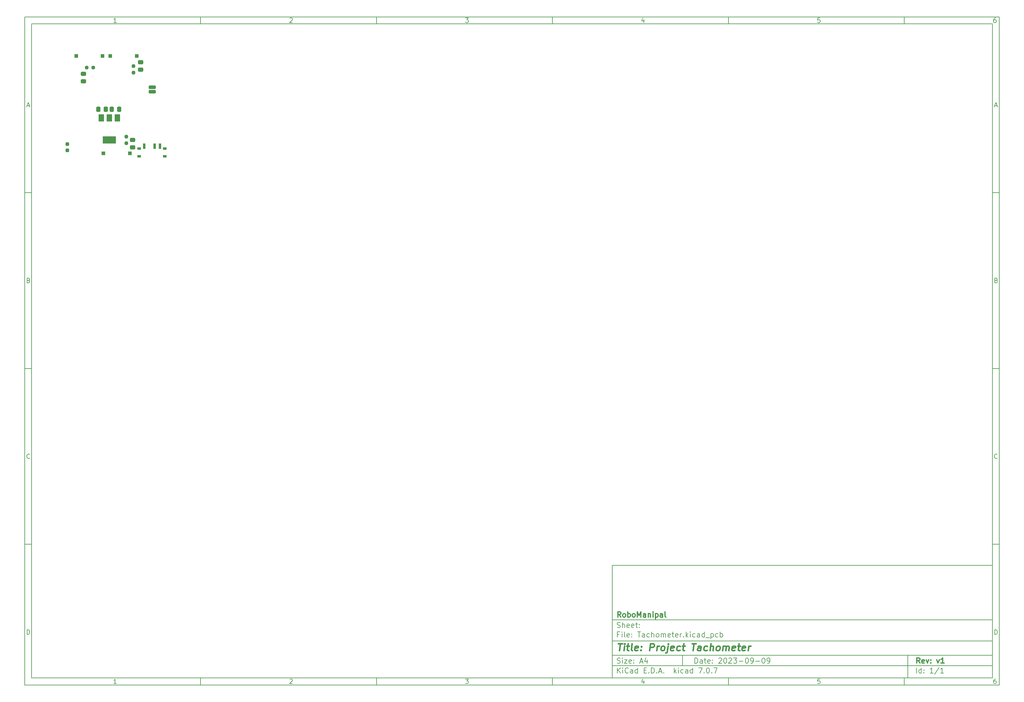
<source format=gbr>
%TF.GenerationSoftware,KiCad,Pcbnew,7.0.7*%
%TF.CreationDate,2023-09-17T23:44:38+05:30*%
%TF.ProjectId,Tachometer,54616368-6f6d-4657-9465-722e6b696361,v1*%
%TF.SameCoordinates,Original*%
%TF.FileFunction,Paste,Top*%
%TF.FilePolarity,Positive*%
%FSLAX46Y46*%
G04 Gerber Fmt 4.6, Leading zero omitted, Abs format (unit mm)*
G04 Created by KiCad (PCBNEW 7.0.7) date 2023-09-17 23:44:38*
%MOMM*%
%LPD*%
G01*
G04 APERTURE LIST*
G04 Aperture macros list*
%AMRoundRect*
0 Rectangle with rounded corners*
0 $1 Rounding radius*
0 $2 $3 $4 $5 $6 $7 $8 $9 X,Y pos of 4 corners*
0 Add a 4 corners polygon primitive as box body*
4,1,4,$2,$3,$4,$5,$6,$7,$8,$9,$2,$3,0*
0 Add four circle primitives for the rounded corners*
1,1,$1+$1,$2,$3*
1,1,$1+$1,$4,$5*
1,1,$1+$1,$6,$7*
1,1,$1+$1,$8,$9*
0 Add four rect primitives between the rounded corners*
20,1,$1+$1,$2,$3,$4,$5,0*
20,1,$1+$1,$4,$5,$6,$7,0*
20,1,$1+$1,$6,$7,$8,$9,0*
20,1,$1+$1,$8,$9,$2,$3,0*%
G04 Aperture macros list end*
%ADD10C,0.100000*%
%ADD11C,0.150000*%
%ADD12C,0.300000*%
%ADD13C,0.400000*%
%ADD14R,1.100000X1.000000*%
%ADD15RoundRect,0.250000X0.475000X-0.337500X0.475000X0.337500X-0.475000X0.337500X-0.475000X-0.337500X0*%
%ADD16RoundRect,0.250000X0.750000X-0.250000X0.750000X0.250000X-0.750000X0.250000X-0.750000X-0.250000X0*%
%ADD17RoundRect,0.250000X-0.337500X-0.475000X0.337500X-0.475000X0.337500X0.475000X-0.337500X0.475000X0*%
%ADD18RoundRect,0.250000X-0.475000X0.337500X-0.475000X-0.337500X0.475000X-0.337500X0.475000X0.337500X0*%
%ADD19RoundRect,0.237500X-0.237500X0.250000X-0.237500X-0.250000X0.237500X-0.250000X0.237500X0.250000X0*%
%ADD20R,1.000000X0.800000*%
%ADD21R,0.700000X1.500000*%
%ADD22R,1.500000X2.000000*%
%ADD23R,3.800000X2.000000*%
%ADD24RoundRect,0.237500X-0.250000X-0.237500X0.250000X-0.237500X0.250000X0.237500X-0.250000X0.237500X0*%
%ADD25RoundRect,0.237500X-0.237500X0.287500X-0.237500X-0.287500X0.237500X-0.287500X0.237500X0.287500X0*%
%ADD26RoundRect,0.237500X0.237500X-0.250000X0.237500X0.250000X-0.237500X0.250000X-0.237500X-0.250000X0*%
G04 APERTURE END LIST*
D10*
D11*
X177002200Y-166007200D02*
X285002200Y-166007200D01*
X285002200Y-198007200D01*
X177002200Y-198007200D01*
X177002200Y-166007200D01*
D10*
D11*
X10000000Y-10000000D02*
X287002200Y-10000000D01*
X287002200Y-200007200D01*
X10000000Y-200007200D01*
X10000000Y-10000000D01*
D10*
D11*
X12000000Y-12000000D02*
X285002200Y-12000000D01*
X285002200Y-198007200D01*
X12000000Y-198007200D01*
X12000000Y-12000000D01*
D10*
D11*
X60000000Y-12000000D02*
X60000000Y-10000000D01*
D10*
D11*
X110000000Y-12000000D02*
X110000000Y-10000000D01*
D10*
D11*
X160000000Y-12000000D02*
X160000000Y-10000000D01*
D10*
D11*
X210000000Y-12000000D02*
X210000000Y-10000000D01*
D10*
D11*
X260000000Y-12000000D02*
X260000000Y-10000000D01*
D10*
D11*
X36089160Y-11593604D02*
X35346303Y-11593604D01*
X35717731Y-11593604D02*
X35717731Y-10293604D01*
X35717731Y-10293604D02*
X35593922Y-10479319D01*
X35593922Y-10479319D02*
X35470112Y-10603128D01*
X35470112Y-10603128D02*
X35346303Y-10665033D01*
D10*
D11*
X85346303Y-10417414D02*
X85408207Y-10355509D01*
X85408207Y-10355509D02*
X85532017Y-10293604D01*
X85532017Y-10293604D02*
X85841541Y-10293604D01*
X85841541Y-10293604D02*
X85965350Y-10355509D01*
X85965350Y-10355509D02*
X86027255Y-10417414D01*
X86027255Y-10417414D02*
X86089160Y-10541223D01*
X86089160Y-10541223D02*
X86089160Y-10665033D01*
X86089160Y-10665033D02*
X86027255Y-10850747D01*
X86027255Y-10850747D02*
X85284398Y-11593604D01*
X85284398Y-11593604D02*
X86089160Y-11593604D01*
D10*
D11*
X135284398Y-10293604D02*
X136089160Y-10293604D01*
X136089160Y-10293604D02*
X135655826Y-10788842D01*
X135655826Y-10788842D02*
X135841541Y-10788842D01*
X135841541Y-10788842D02*
X135965350Y-10850747D01*
X135965350Y-10850747D02*
X136027255Y-10912652D01*
X136027255Y-10912652D02*
X136089160Y-11036461D01*
X136089160Y-11036461D02*
X136089160Y-11345985D01*
X136089160Y-11345985D02*
X136027255Y-11469795D01*
X136027255Y-11469795D02*
X135965350Y-11531700D01*
X135965350Y-11531700D02*
X135841541Y-11593604D01*
X135841541Y-11593604D02*
X135470112Y-11593604D01*
X135470112Y-11593604D02*
X135346303Y-11531700D01*
X135346303Y-11531700D02*
X135284398Y-11469795D01*
D10*
D11*
X185965350Y-10726938D02*
X185965350Y-11593604D01*
X185655826Y-10231700D02*
X185346303Y-11160271D01*
X185346303Y-11160271D02*
X186151064Y-11160271D01*
D10*
D11*
X236027255Y-10293604D02*
X235408207Y-10293604D01*
X235408207Y-10293604D02*
X235346303Y-10912652D01*
X235346303Y-10912652D02*
X235408207Y-10850747D01*
X235408207Y-10850747D02*
X235532017Y-10788842D01*
X235532017Y-10788842D02*
X235841541Y-10788842D01*
X235841541Y-10788842D02*
X235965350Y-10850747D01*
X235965350Y-10850747D02*
X236027255Y-10912652D01*
X236027255Y-10912652D02*
X236089160Y-11036461D01*
X236089160Y-11036461D02*
X236089160Y-11345985D01*
X236089160Y-11345985D02*
X236027255Y-11469795D01*
X236027255Y-11469795D02*
X235965350Y-11531700D01*
X235965350Y-11531700D02*
X235841541Y-11593604D01*
X235841541Y-11593604D02*
X235532017Y-11593604D01*
X235532017Y-11593604D02*
X235408207Y-11531700D01*
X235408207Y-11531700D02*
X235346303Y-11469795D01*
D10*
D11*
X285965350Y-10293604D02*
X285717731Y-10293604D01*
X285717731Y-10293604D02*
X285593922Y-10355509D01*
X285593922Y-10355509D02*
X285532017Y-10417414D01*
X285532017Y-10417414D02*
X285408207Y-10603128D01*
X285408207Y-10603128D02*
X285346303Y-10850747D01*
X285346303Y-10850747D02*
X285346303Y-11345985D01*
X285346303Y-11345985D02*
X285408207Y-11469795D01*
X285408207Y-11469795D02*
X285470112Y-11531700D01*
X285470112Y-11531700D02*
X285593922Y-11593604D01*
X285593922Y-11593604D02*
X285841541Y-11593604D01*
X285841541Y-11593604D02*
X285965350Y-11531700D01*
X285965350Y-11531700D02*
X286027255Y-11469795D01*
X286027255Y-11469795D02*
X286089160Y-11345985D01*
X286089160Y-11345985D02*
X286089160Y-11036461D01*
X286089160Y-11036461D02*
X286027255Y-10912652D01*
X286027255Y-10912652D02*
X285965350Y-10850747D01*
X285965350Y-10850747D02*
X285841541Y-10788842D01*
X285841541Y-10788842D02*
X285593922Y-10788842D01*
X285593922Y-10788842D02*
X285470112Y-10850747D01*
X285470112Y-10850747D02*
X285408207Y-10912652D01*
X285408207Y-10912652D02*
X285346303Y-11036461D01*
D10*
D11*
X60000000Y-198007200D02*
X60000000Y-200007200D01*
D10*
D11*
X110000000Y-198007200D02*
X110000000Y-200007200D01*
D10*
D11*
X160000000Y-198007200D02*
X160000000Y-200007200D01*
D10*
D11*
X210000000Y-198007200D02*
X210000000Y-200007200D01*
D10*
D11*
X260000000Y-198007200D02*
X260000000Y-200007200D01*
D10*
D11*
X36089160Y-199600804D02*
X35346303Y-199600804D01*
X35717731Y-199600804D02*
X35717731Y-198300804D01*
X35717731Y-198300804D02*
X35593922Y-198486519D01*
X35593922Y-198486519D02*
X35470112Y-198610328D01*
X35470112Y-198610328D02*
X35346303Y-198672233D01*
D10*
D11*
X85346303Y-198424614D02*
X85408207Y-198362709D01*
X85408207Y-198362709D02*
X85532017Y-198300804D01*
X85532017Y-198300804D02*
X85841541Y-198300804D01*
X85841541Y-198300804D02*
X85965350Y-198362709D01*
X85965350Y-198362709D02*
X86027255Y-198424614D01*
X86027255Y-198424614D02*
X86089160Y-198548423D01*
X86089160Y-198548423D02*
X86089160Y-198672233D01*
X86089160Y-198672233D02*
X86027255Y-198857947D01*
X86027255Y-198857947D02*
X85284398Y-199600804D01*
X85284398Y-199600804D02*
X86089160Y-199600804D01*
D10*
D11*
X135284398Y-198300804D02*
X136089160Y-198300804D01*
X136089160Y-198300804D02*
X135655826Y-198796042D01*
X135655826Y-198796042D02*
X135841541Y-198796042D01*
X135841541Y-198796042D02*
X135965350Y-198857947D01*
X135965350Y-198857947D02*
X136027255Y-198919852D01*
X136027255Y-198919852D02*
X136089160Y-199043661D01*
X136089160Y-199043661D02*
X136089160Y-199353185D01*
X136089160Y-199353185D02*
X136027255Y-199476995D01*
X136027255Y-199476995D02*
X135965350Y-199538900D01*
X135965350Y-199538900D02*
X135841541Y-199600804D01*
X135841541Y-199600804D02*
X135470112Y-199600804D01*
X135470112Y-199600804D02*
X135346303Y-199538900D01*
X135346303Y-199538900D02*
X135284398Y-199476995D01*
D10*
D11*
X185965350Y-198734138D02*
X185965350Y-199600804D01*
X185655826Y-198238900D02*
X185346303Y-199167471D01*
X185346303Y-199167471D02*
X186151064Y-199167471D01*
D10*
D11*
X236027255Y-198300804D02*
X235408207Y-198300804D01*
X235408207Y-198300804D02*
X235346303Y-198919852D01*
X235346303Y-198919852D02*
X235408207Y-198857947D01*
X235408207Y-198857947D02*
X235532017Y-198796042D01*
X235532017Y-198796042D02*
X235841541Y-198796042D01*
X235841541Y-198796042D02*
X235965350Y-198857947D01*
X235965350Y-198857947D02*
X236027255Y-198919852D01*
X236027255Y-198919852D02*
X236089160Y-199043661D01*
X236089160Y-199043661D02*
X236089160Y-199353185D01*
X236089160Y-199353185D02*
X236027255Y-199476995D01*
X236027255Y-199476995D02*
X235965350Y-199538900D01*
X235965350Y-199538900D02*
X235841541Y-199600804D01*
X235841541Y-199600804D02*
X235532017Y-199600804D01*
X235532017Y-199600804D02*
X235408207Y-199538900D01*
X235408207Y-199538900D02*
X235346303Y-199476995D01*
D10*
D11*
X285965350Y-198300804D02*
X285717731Y-198300804D01*
X285717731Y-198300804D02*
X285593922Y-198362709D01*
X285593922Y-198362709D02*
X285532017Y-198424614D01*
X285532017Y-198424614D02*
X285408207Y-198610328D01*
X285408207Y-198610328D02*
X285346303Y-198857947D01*
X285346303Y-198857947D02*
X285346303Y-199353185D01*
X285346303Y-199353185D02*
X285408207Y-199476995D01*
X285408207Y-199476995D02*
X285470112Y-199538900D01*
X285470112Y-199538900D02*
X285593922Y-199600804D01*
X285593922Y-199600804D02*
X285841541Y-199600804D01*
X285841541Y-199600804D02*
X285965350Y-199538900D01*
X285965350Y-199538900D02*
X286027255Y-199476995D01*
X286027255Y-199476995D02*
X286089160Y-199353185D01*
X286089160Y-199353185D02*
X286089160Y-199043661D01*
X286089160Y-199043661D02*
X286027255Y-198919852D01*
X286027255Y-198919852D02*
X285965350Y-198857947D01*
X285965350Y-198857947D02*
X285841541Y-198796042D01*
X285841541Y-198796042D02*
X285593922Y-198796042D01*
X285593922Y-198796042D02*
X285470112Y-198857947D01*
X285470112Y-198857947D02*
X285408207Y-198919852D01*
X285408207Y-198919852D02*
X285346303Y-199043661D01*
D10*
D11*
X10000000Y-60000000D02*
X12000000Y-60000000D01*
D10*
D11*
X10000000Y-110000000D02*
X12000000Y-110000000D01*
D10*
D11*
X10000000Y-160000000D02*
X12000000Y-160000000D01*
D10*
D11*
X10690476Y-35222176D02*
X11309523Y-35222176D01*
X10566666Y-35593604D02*
X10999999Y-34293604D01*
X10999999Y-34293604D02*
X11433333Y-35593604D01*
D10*
D11*
X11092857Y-84912652D02*
X11278571Y-84974557D01*
X11278571Y-84974557D02*
X11340476Y-85036461D01*
X11340476Y-85036461D02*
X11402380Y-85160271D01*
X11402380Y-85160271D02*
X11402380Y-85345985D01*
X11402380Y-85345985D02*
X11340476Y-85469795D01*
X11340476Y-85469795D02*
X11278571Y-85531700D01*
X11278571Y-85531700D02*
X11154761Y-85593604D01*
X11154761Y-85593604D02*
X10659523Y-85593604D01*
X10659523Y-85593604D02*
X10659523Y-84293604D01*
X10659523Y-84293604D02*
X11092857Y-84293604D01*
X11092857Y-84293604D02*
X11216666Y-84355509D01*
X11216666Y-84355509D02*
X11278571Y-84417414D01*
X11278571Y-84417414D02*
X11340476Y-84541223D01*
X11340476Y-84541223D02*
X11340476Y-84665033D01*
X11340476Y-84665033D02*
X11278571Y-84788842D01*
X11278571Y-84788842D02*
X11216666Y-84850747D01*
X11216666Y-84850747D02*
X11092857Y-84912652D01*
X11092857Y-84912652D02*
X10659523Y-84912652D01*
D10*
D11*
X11402380Y-135469795D02*
X11340476Y-135531700D01*
X11340476Y-135531700D02*
X11154761Y-135593604D01*
X11154761Y-135593604D02*
X11030952Y-135593604D01*
X11030952Y-135593604D02*
X10845238Y-135531700D01*
X10845238Y-135531700D02*
X10721428Y-135407890D01*
X10721428Y-135407890D02*
X10659523Y-135284080D01*
X10659523Y-135284080D02*
X10597619Y-135036461D01*
X10597619Y-135036461D02*
X10597619Y-134850747D01*
X10597619Y-134850747D02*
X10659523Y-134603128D01*
X10659523Y-134603128D02*
X10721428Y-134479319D01*
X10721428Y-134479319D02*
X10845238Y-134355509D01*
X10845238Y-134355509D02*
X11030952Y-134293604D01*
X11030952Y-134293604D02*
X11154761Y-134293604D01*
X11154761Y-134293604D02*
X11340476Y-134355509D01*
X11340476Y-134355509D02*
X11402380Y-134417414D01*
D10*
D11*
X10659523Y-185593604D02*
X10659523Y-184293604D01*
X10659523Y-184293604D02*
X10969047Y-184293604D01*
X10969047Y-184293604D02*
X11154761Y-184355509D01*
X11154761Y-184355509D02*
X11278571Y-184479319D01*
X11278571Y-184479319D02*
X11340476Y-184603128D01*
X11340476Y-184603128D02*
X11402380Y-184850747D01*
X11402380Y-184850747D02*
X11402380Y-185036461D01*
X11402380Y-185036461D02*
X11340476Y-185284080D01*
X11340476Y-185284080D02*
X11278571Y-185407890D01*
X11278571Y-185407890D02*
X11154761Y-185531700D01*
X11154761Y-185531700D02*
X10969047Y-185593604D01*
X10969047Y-185593604D02*
X10659523Y-185593604D01*
D10*
D11*
X287002200Y-60000000D02*
X285002200Y-60000000D01*
D10*
D11*
X287002200Y-110000000D02*
X285002200Y-110000000D01*
D10*
D11*
X287002200Y-160000000D02*
X285002200Y-160000000D01*
D10*
D11*
X285692676Y-35222176D02*
X286311723Y-35222176D01*
X285568866Y-35593604D02*
X286002199Y-34293604D01*
X286002199Y-34293604D02*
X286435533Y-35593604D01*
D10*
D11*
X286095057Y-84912652D02*
X286280771Y-84974557D01*
X286280771Y-84974557D02*
X286342676Y-85036461D01*
X286342676Y-85036461D02*
X286404580Y-85160271D01*
X286404580Y-85160271D02*
X286404580Y-85345985D01*
X286404580Y-85345985D02*
X286342676Y-85469795D01*
X286342676Y-85469795D02*
X286280771Y-85531700D01*
X286280771Y-85531700D02*
X286156961Y-85593604D01*
X286156961Y-85593604D02*
X285661723Y-85593604D01*
X285661723Y-85593604D02*
X285661723Y-84293604D01*
X285661723Y-84293604D02*
X286095057Y-84293604D01*
X286095057Y-84293604D02*
X286218866Y-84355509D01*
X286218866Y-84355509D02*
X286280771Y-84417414D01*
X286280771Y-84417414D02*
X286342676Y-84541223D01*
X286342676Y-84541223D02*
X286342676Y-84665033D01*
X286342676Y-84665033D02*
X286280771Y-84788842D01*
X286280771Y-84788842D02*
X286218866Y-84850747D01*
X286218866Y-84850747D02*
X286095057Y-84912652D01*
X286095057Y-84912652D02*
X285661723Y-84912652D01*
D10*
D11*
X286404580Y-135469795D02*
X286342676Y-135531700D01*
X286342676Y-135531700D02*
X286156961Y-135593604D01*
X286156961Y-135593604D02*
X286033152Y-135593604D01*
X286033152Y-135593604D02*
X285847438Y-135531700D01*
X285847438Y-135531700D02*
X285723628Y-135407890D01*
X285723628Y-135407890D02*
X285661723Y-135284080D01*
X285661723Y-135284080D02*
X285599819Y-135036461D01*
X285599819Y-135036461D02*
X285599819Y-134850747D01*
X285599819Y-134850747D02*
X285661723Y-134603128D01*
X285661723Y-134603128D02*
X285723628Y-134479319D01*
X285723628Y-134479319D02*
X285847438Y-134355509D01*
X285847438Y-134355509D02*
X286033152Y-134293604D01*
X286033152Y-134293604D02*
X286156961Y-134293604D01*
X286156961Y-134293604D02*
X286342676Y-134355509D01*
X286342676Y-134355509D02*
X286404580Y-134417414D01*
D10*
D11*
X285661723Y-185593604D02*
X285661723Y-184293604D01*
X285661723Y-184293604D02*
X285971247Y-184293604D01*
X285971247Y-184293604D02*
X286156961Y-184355509D01*
X286156961Y-184355509D02*
X286280771Y-184479319D01*
X286280771Y-184479319D02*
X286342676Y-184603128D01*
X286342676Y-184603128D02*
X286404580Y-184850747D01*
X286404580Y-184850747D02*
X286404580Y-185036461D01*
X286404580Y-185036461D02*
X286342676Y-185284080D01*
X286342676Y-185284080D02*
X286280771Y-185407890D01*
X286280771Y-185407890D02*
X286156961Y-185531700D01*
X286156961Y-185531700D02*
X285971247Y-185593604D01*
X285971247Y-185593604D02*
X285661723Y-185593604D01*
D10*
D11*
X200458026Y-193793328D02*
X200458026Y-192293328D01*
X200458026Y-192293328D02*
X200815169Y-192293328D01*
X200815169Y-192293328D02*
X201029455Y-192364757D01*
X201029455Y-192364757D02*
X201172312Y-192507614D01*
X201172312Y-192507614D02*
X201243741Y-192650471D01*
X201243741Y-192650471D02*
X201315169Y-192936185D01*
X201315169Y-192936185D02*
X201315169Y-193150471D01*
X201315169Y-193150471D02*
X201243741Y-193436185D01*
X201243741Y-193436185D02*
X201172312Y-193579042D01*
X201172312Y-193579042D02*
X201029455Y-193721900D01*
X201029455Y-193721900D02*
X200815169Y-193793328D01*
X200815169Y-193793328D02*
X200458026Y-193793328D01*
X202600884Y-193793328D02*
X202600884Y-193007614D01*
X202600884Y-193007614D02*
X202529455Y-192864757D01*
X202529455Y-192864757D02*
X202386598Y-192793328D01*
X202386598Y-192793328D02*
X202100884Y-192793328D01*
X202100884Y-192793328D02*
X201958026Y-192864757D01*
X202600884Y-193721900D02*
X202458026Y-193793328D01*
X202458026Y-193793328D02*
X202100884Y-193793328D01*
X202100884Y-193793328D02*
X201958026Y-193721900D01*
X201958026Y-193721900D02*
X201886598Y-193579042D01*
X201886598Y-193579042D02*
X201886598Y-193436185D01*
X201886598Y-193436185D02*
X201958026Y-193293328D01*
X201958026Y-193293328D02*
X202100884Y-193221900D01*
X202100884Y-193221900D02*
X202458026Y-193221900D01*
X202458026Y-193221900D02*
X202600884Y-193150471D01*
X203100884Y-192793328D02*
X203672312Y-192793328D01*
X203315169Y-192293328D02*
X203315169Y-193579042D01*
X203315169Y-193579042D02*
X203386598Y-193721900D01*
X203386598Y-193721900D02*
X203529455Y-193793328D01*
X203529455Y-193793328D02*
X203672312Y-193793328D01*
X204743741Y-193721900D02*
X204600884Y-193793328D01*
X204600884Y-193793328D02*
X204315170Y-193793328D01*
X204315170Y-193793328D02*
X204172312Y-193721900D01*
X204172312Y-193721900D02*
X204100884Y-193579042D01*
X204100884Y-193579042D02*
X204100884Y-193007614D01*
X204100884Y-193007614D02*
X204172312Y-192864757D01*
X204172312Y-192864757D02*
X204315170Y-192793328D01*
X204315170Y-192793328D02*
X204600884Y-192793328D01*
X204600884Y-192793328D02*
X204743741Y-192864757D01*
X204743741Y-192864757D02*
X204815170Y-193007614D01*
X204815170Y-193007614D02*
X204815170Y-193150471D01*
X204815170Y-193150471D02*
X204100884Y-193293328D01*
X205458026Y-193650471D02*
X205529455Y-193721900D01*
X205529455Y-193721900D02*
X205458026Y-193793328D01*
X205458026Y-193793328D02*
X205386598Y-193721900D01*
X205386598Y-193721900D02*
X205458026Y-193650471D01*
X205458026Y-193650471D02*
X205458026Y-193793328D01*
X205458026Y-192864757D02*
X205529455Y-192936185D01*
X205529455Y-192936185D02*
X205458026Y-193007614D01*
X205458026Y-193007614D02*
X205386598Y-192936185D01*
X205386598Y-192936185D02*
X205458026Y-192864757D01*
X205458026Y-192864757D02*
X205458026Y-193007614D01*
X207243741Y-192436185D02*
X207315169Y-192364757D01*
X207315169Y-192364757D02*
X207458027Y-192293328D01*
X207458027Y-192293328D02*
X207815169Y-192293328D01*
X207815169Y-192293328D02*
X207958027Y-192364757D01*
X207958027Y-192364757D02*
X208029455Y-192436185D01*
X208029455Y-192436185D02*
X208100884Y-192579042D01*
X208100884Y-192579042D02*
X208100884Y-192721900D01*
X208100884Y-192721900D02*
X208029455Y-192936185D01*
X208029455Y-192936185D02*
X207172312Y-193793328D01*
X207172312Y-193793328D02*
X208100884Y-193793328D01*
X209029455Y-192293328D02*
X209172312Y-192293328D01*
X209172312Y-192293328D02*
X209315169Y-192364757D01*
X209315169Y-192364757D02*
X209386598Y-192436185D01*
X209386598Y-192436185D02*
X209458026Y-192579042D01*
X209458026Y-192579042D02*
X209529455Y-192864757D01*
X209529455Y-192864757D02*
X209529455Y-193221900D01*
X209529455Y-193221900D02*
X209458026Y-193507614D01*
X209458026Y-193507614D02*
X209386598Y-193650471D01*
X209386598Y-193650471D02*
X209315169Y-193721900D01*
X209315169Y-193721900D02*
X209172312Y-193793328D01*
X209172312Y-193793328D02*
X209029455Y-193793328D01*
X209029455Y-193793328D02*
X208886598Y-193721900D01*
X208886598Y-193721900D02*
X208815169Y-193650471D01*
X208815169Y-193650471D02*
X208743740Y-193507614D01*
X208743740Y-193507614D02*
X208672312Y-193221900D01*
X208672312Y-193221900D02*
X208672312Y-192864757D01*
X208672312Y-192864757D02*
X208743740Y-192579042D01*
X208743740Y-192579042D02*
X208815169Y-192436185D01*
X208815169Y-192436185D02*
X208886598Y-192364757D01*
X208886598Y-192364757D02*
X209029455Y-192293328D01*
X210100883Y-192436185D02*
X210172311Y-192364757D01*
X210172311Y-192364757D02*
X210315169Y-192293328D01*
X210315169Y-192293328D02*
X210672311Y-192293328D01*
X210672311Y-192293328D02*
X210815169Y-192364757D01*
X210815169Y-192364757D02*
X210886597Y-192436185D01*
X210886597Y-192436185D02*
X210958026Y-192579042D01*
X210958026Y-192579042D02*
X210958026Y-192721900D01*
X210958026Y-192721900D02*
X210886597Y-192936185D01*
X210886597Y-192936185D02*
X210029454Y-193793328D01*
X210029454Y-193793328D02*
X210958026Y-193793328D01*
X211458025Y-192293328D02*
X212386597Y-192293328D01*
X212386597Y-192293328D02*
X211886597Y-192864757D01*
X211886597Y-192864757D02*
X212100882Y-192864757D01*
X212100882Y-192864757D02*
X212243740Y-192936185D01*
X212243740Y-192936185D02*
X212315168Y-193007614D01*
X212315168Y-193007614D02*
X212386597Y-193150471D01*
X212386597Y-193150471D02*
X212386597Y-193507614D01*
X212386597Y-193507614D02*
X212315168Y-193650471D01*
X212315168Y-193650471D02*
X212243740Y-193721900D01*
X212243740Y-193721900D02*
X212100882Y-193793328D01*
X212100882Y-193793328D02*
X211672311Y-193793328D01*
X211672311Y-193793328D02*
X211529454Y-193721900D01*
X211529454Y-193721900D02*
X211458025Y-193650471D01*
X213029453Y-193221900D02*
X214172311Y-193221900D01*
X215172311Y-192293328D02*
X215315168Y-192293328D01*
X215315168Y-192293328D02*
X215458025Y-192364757D01*
X215458025Y-192364757D02*
X215529454Y-192436185D01*
X215529454Y-192436185D02*
X215600882Y-192579042D01*
X215600882Y-192579042D02*
X215672311Y-192864757D01*
X215672311Y-192864757D02*
X215672311Y-193221900D01*
X215672311Y-193221900D02*
X215600882Y-193507614D01*
X215600882Y-193507614D02*
X215529454Y-193650471D01*
X215529454Y-193650471D02*
X215458025Y-193721900D01*
X215458025Y-193721900D02*
X215315168Y-193793328D01*
X215315168Y-193793328D02*
X215172311Y-193793328D01*
X215172311Y-193793328D02*
X215029454Y-193721900D01*
X215029454Y-193721900D02*
X214958025Y-193650471D01*
X214958025Y-193650471D02*
X214886596Y-193507614D01*
X214886596Y-193507614D02*
X214815168Y-193221900D01*
X214815168Y-193221900D02*
X214815168Y-192864757D01*
X214815168Y-192864757D02*
X214886596Y-192579042D01*
X214886596Y-192579042D02*
X214958025Y-192436185D01*
X214958025Y-192436185D02*
X215029454Y-192364757D01*
X215029454Y-192364757D02*
X215172311Y-192293328D01*
X216386596Y-193793328D02*
X216672310Y-193793328D01*
X216672310Y-193793328D02*
X216815167Y-193721900D01*
X216815167Y-193721900D02*
X216886596Y-193650471D01*
X216886596Y-193650471D02*
X217029453Y-193436185D01*
X217029453Y-193436185D02*
X217100882Y-193150471D01*
X217100882Y-193150471D02*
X217100882Y-192579042D01*
X217100882Y-192579042D02*
X217029453Y-192436185D01*
X217029453Y-192436185D02*
X216958025Y-192364757D01*
X216958025Y-192364757D02*
X216815167Y-192293328D01*
X216815167Y-192293328D02*
X216529453Y-192293328D01*
X216529453Y-192293328D02*
X216386596Y-192364757D01*
X216386596Y-192364757D02*
X216315167Y-192436185D01*
X216315167Y-192436185D02*
X216243739Y-192579042D01*
X216243739Y-192579042D02*
X216243739Y-192936185D01*
X216243739Y-192936185D02*
X216315167Y-193079042D01*
X216315167Y-193079042D02*
X216386596Y-193150471D01*
X216386596Y-193150471D02*
X216529453Y-193221900D01*
X216529453Y-193221900D02*
X216815167Y-193221900D01*
X216815167Y-193221900D02*
X216958025Y-193150471D01*
X216958025Y-193150471D02*
X217029453Y-193079042D01*
X217029453Y-193079042D02*
X217100882Y-192936185D01*
X217743738Y-193221900D02*
X218886596Y-193221900D01*
X219886596Y-192293328D02*
X220029453Y-192293328D01*
X220029453Y-192293328D02*
X220172310Y-192364757D01*
X220172310Y-192364757D02*
X220243739Y-192436185D01*
X220243739Y-192436185D02*
X220315167Y-192579042D01*
X220315167Y-192579042D02*
X220386596Y-192864757D01*
X220386596Y-192864757D02*
X220386596Y-193221900D01*
X220386596Y-193221900D02*
X220315167Y-193507614D01*
X220315167Y-193507614D02*
X220243739Y-193650471D01*
X220243739Y-193650471D02*
X220172310Y-193721900D01*
X220172310Y-193721900D02*
X220029453Y-193793328D01*
X220029453Y-193793328D02*
X219886596Y-193793328D01*
X219886596Y-193793328D02*
X219743739Y-193721900D01*
X219743739Y-193721900D02*
X219672310Y-193650471D01*
X219672310Y-193650471D02*
X219600881Y-193507614D01*
X219600881Y-193507614D02*
X219529453Y-193221900D01*
X219529453Y-193221900D02*
X219529453Y-192864757D01*
X219529453Y-192864757D02*
X219600881Y-192579042D01*
X219600881Y-192579042D02*
X219672310Y-192436185D01*
X219672310Y-192436185D02*
X219743739Y-192364757D01*
X219743739Y-192364757D02*
X219886596Y-192293328D01*
X221100881Y-193793328D02*
X221386595Y-193793328D01*
X221386595Y-193793328D02*
X221529452Y-193721900D01*
X221529452Y-193721900D02*
X221600881Y-193650471D01*
X221600881Y-193650471D02*
X221743738Y-193436185D01*
X221743738Y-193436185D02*
X221815167Y-193150471D01*
X221815167Y-193150471D02*
X221815167Y-192579042D01*
X221815167Y-192579042D02*
X221743738Y-192436185D01*
X221743738Y-192436185D02*
X221672310Y-192364757D01*
X221672310Y-192364757D02*
X221529452Y-192293328D01*
X221529452Y-192293328D02*
X221243738Y-192293328D01*
X221243738Y-192293328D02*
X221100881Y-192364757D01*
X221100881Y-192364757D02*
X221029452Y-192436185D01*
X221029452Y-192436185D02*
X220958024Y-192579042D01*
X220958024Y-192579042D02*
X220958024Y-192936185D01*
X220958024Y-192936185D02*
X221029452Y-193079042D01*
X221029452Y-193079042D02*
X221100881Y-193150471D01*
X221100881Y-193150471D02*
X221243738Y-193221900D01*
X221243738Y-193221900D02*
X221529452Y-193221900D01*
X221529452Y-193221900D02*
X221672310Y-193150471D01*
X221672310Y-193150471D02*
X221743738Y-193079042D01*
X221743738Y-193079042D02*
X221815167Y-192936185D01*
D10*
D11*
X177002200Y-194507200D02*
X285002200Y-194507200D01*
D10*
D11*
X178458026Y-196593328D02*
X178458026Y-195093328D01*
X179315169Y-196593328D02*
X178672312Y-195736185D01*
X179315169Y-195093328D02*
X178458026Y-195950471D01*
X179958026Y-196593328D02*
X179958026Y-195593328D01*
X179958026Y-195093328D02*
X179886598Y-195164757D01*
X179886598Y-195164757D02*
X179958026Y-195236185D01*
X179958026Y-195236185D02*
X180029455Y-195164757D01*
X180029455Y-195164757D02*
X179958026Y-195093328D01*
X179958026Y-195093328D02*
X179958026Y-195236185D01*
X181529455Y-196450471D02*
X181458027Y-196521900D01*
X181458027Y-196521900D02*
X181243741Y-196593328D01*
X181243741Y-196593328D02*
X181100884Y-196593328D01*
X181100884Y-196593328D02*
X180886598Y-196521900D01*
X180886598Y-196521900D02*
X180743741Y-196379042D01*
X180743741Y-196379042D02*
X180672312Y-196236185D01*
X180672312Y-196236185D02*
X180600884Y-195950471D01*
X180600884Y-195950471D02*
X180600884Y-195736185D01*
X180600884Y-195736185D02*
X180672312Y-195450471D01*
X180672312Y-195450471D02*
X180743741Y-195307614D01*
X180743741Y-195307614D02*
X180886598Y-195164757D01*
X180886598Y-195164757D02*
X181100884Y-195093328D01*
X181100884Y-195093328D02*
X181243741Y-195093328D01*
X181243741Y-195093328D02*
X181458027Y-195164757D01*
X181458027Y-195164757D02*
X181529455Y-195236185D01*
X182815170Y-196593328D02*
X182815170Y-195807614D01*
X182815170Y-195807614D02*
X182743741Y-195664757D01*
X182743741Y-195664757D02*
X182600884Y-195593328D01*
X182600884Y-195593328D02*
X182315170Y-195593328D01*
X182315170Y-195593328D02*
X182172312Y-195664757D01*
X182815170Y-196521900D02*
X182672312Y-196593328D01*
X182672312Y-196593328D02*
X182315170Y-196593328D01*
X182315170Y-196593328D02*
X182172312Y-196521900D01*
X182172312Y-196521900D02*
X182100884Y-196379042D01*
X182100884Y-196379042D02*
X182100884Y-196236185D01*
X182100884Y-196236185D02*
X182172312Y-196093328D01*
X182172312Y-196093328D02*
X182315170Y-196021900D01*
X182315170Y-196021900D02*
X182672312Y-196021900D01*
X182672312Y-196021900D02*
X182815170Y-195950471D01*
X184172313Y-196593328D02*
X184172313Y-195093328D01*
X184172313Y-196521900D02*
X184029455Y-196593328D01*
X184029455Y-196593328D02*
X183743741Y-196593328D01*
X183743741Y-196593328D02*
X183600884Y-196521900D01*
X183600884Y-196521900D02*
X183529455Y-196450471D01*
X183529455Y-196450471D02*
X183458027Y-196307614D01*
X183458027Y-196307614D02*
X183458027Y-195879042D01*
X183458027Y-195879042D02*
X183529455Y-195736185D01*
X183529455Y-195736185D02*
X183600884Y-195664757D01*
X183600884Y-195664757D02*
X183743741Y-195593328D01*
X183743741Y-195593328D02*
X184029455Y-195593328D01*
X184029455Y-195593328D02*
X184172313Y-195664757D01*
X186029455Y-195807614D02*
X186529455Y-195807614D01*
X186743741Y-196593328D02*
X186029455Y-196593328D01*
X186029455Y-196593328D02*
X186029455Y-195093328D01*
X186029455Y-195093328D02*
X186743741Y-195093328D01*
X187386598Y-196450471D02*
X187458027Y-196521900D01*
X187458027Y-196521900D02*
X187386598Y-196593328D01*
X187386598Y-196593328D02*
X187315170Y-196521900D01*
X187315170Y-196521900D02*
X187386598Y-196450471D01*
X187386598Y-196450471D02*
X187386598Y-196593328D01*
X188100884Y-196593328D02*
X188100884Y-195093328D01*
X188100884Y-195093328D02*
X188458027Y-195093328D01*
X188458027Y-195093328D02*
X188672313Y-195164757D01*
X188672313Y-195164757D02*
X188815170Y-195307614D01*
X188815170Y-195307614D02*
X188886599Y-195450471D01*
X188886599Y-195450471D02*
X188958027Y-195736185D01*
X188958027Y-195736185D02*
X188958027Y-195950471D01*
X188958027Y-195950471D02*
X188886599Y-196236185D01*
X188886599Y-196236185D02*
X188815170Y-196379042D01*
X188815170Y-196379042D02*
X188672313Y-196521900D01*
X188672313Y-196521900D02*
X188458027Y-196593328D01*
X188458027Y-196593328D02*
X188100884Y-196593328D01*
X189600884Y-196450471D02*
X189672313Y-196521900D01*
X189672313Y-196521900D02*
X189600884Y-196593328D01*
X189600884Y-196593328D02*
X189529456Y-196521900D01*
X189529456Y-196521900D02*
X189600884Y-196450471D01*
X189600884Y-196450471D02*
X189600884Y-196593328D01*
X190243742Y-196164757D02*
X190958028Y-196164757D01*
X190100885Y-196593328D02*
X190600885Y-195093328D01*
X190600885Y-195093328D02*
X191100885Y-196593328D01*
X191600884Y-196450471D02*
X191672313Y-196521900D01*
X191672313Y-196521900D02*
X191600884Y-196593328D01*
X191600884Y-196593328D02*
X191529456Y-196521900D01*
X191529456Y-196521900D02*
X191600884Y-196450471D01*
X191600884Y-196450471D02*
X191600884Y-196593328D01*
X194600884Y-196593328D02*
X194600884Y-195093328D01*
X194743742Y-196021900D02*
X195172313Y-196593328D01*
X195172313Y-195593328D02*
X194600884Y-196164757D01*
X195815170Y-196593328D02*
X195815170Y-195593328D01*
X195815170Y-195093328D02*
X195743742Y-195164757D01*
X195743742Y-195164757D02*
X195815170Y-195236185D01*
X195815170Y-195236185D02*
X195886599Y-195164757D01*
X195886599Y-195164757D02*
X195815170Y-195093328D01*
X195815170Y-195093328D02*
X195815170Y-195236185D01*
X197172314Y-196521900D02*
X197029456Y-196593328D01*
X197029456Y-196593328D02*
X196743742Y-196593328D01*
X196743742Y-196593328D02*
X196600885Y-196521900D01*
X196600885Y-196521900D02*
X196529456Y-196450471D01*
X196529456Y-196450471D02*
X196458028Y-196307614D01*
X196458028Y-196307614D02*
X196458028Y-195879042D01*
X196458028Y-195879042D02*
X196529456Y-195736185D01*
X196529456Y-195736185D02*
X196600885Y-195664757D01*
X196600885Y-195664757D02*
X196743742Y-195593328D01*
X196743742Y-195593328D02*
X197029456Y-195593328D01*
X197029456Y-195593328D02*
X197172314Y-195664757D01*
X198458028Y-196593328D02*
X198458028Y-195807614D01*
X198458028Y-195807614D02*
X198386599Y-195664757D01*
X198386599Y-195664757D02*
X198243742Y-195593328D01*
X198243742Y-195593328D02*
X197958028Y-195593328D01*
X197958028Y-195593328D02*
X197815170Y-195664757D01*
X198458028Y-196521900D02*
X198315170Y-196593328D01*
X198315170Y-196593328D02*
X197958028Y-196593328D01*
X197958028Y-196593328D02*
X197815170Y-196521900D01*
X197815170Y-196521900D02*
X197743742Y-196379042D01*
X197743742Y-196379042D02*
X197743742Y-196236185D01*
X197743742Y-196236185D02*
X197815170Y-196093328D01*
X197815170Y-196093328D02*
X197958028Y-196021900D01*
X197958028Y-196021900D02*
X198315170Y-196021900D01*
X198315170Y-196021900D02*
X198458028Y-195950471D01*
X199815171Y-196593328D02*
X199815171Y-195093328D01*
X199815171Y-196521900D02*
X199672313Y-196593328D01*
X199672313Y-196593328D02*
X199386599Y-196593328D01*
X199386599Y-196593328D02*
X199243742Y-196521900D01*
X199243742Y-196521900D02*
X199172313Y-196450471D01*
X199172313Y-196450471D02*
X199100885Y-196307614D01*
X199100885Y-196307614D02*
X199100885Y-195879042D01*
X199100885Y-195879042D02*
X199172313Y-195736185D01*
X199172313Y-195736185D02*
X199243742Y-195664757D01*
X199243742Y-195664757D02*
X199386599Y-195593328D01*
X199386599Y-195593328D02*
X199672313Y-195593328D01*
X199672313Y-195593328D02*
X199815171Y-195664757D01*
X201529456Y-195093328D02*
X202529456Y-195093328D01*
X202529456Y-195093328D02*
X201886599Y-196593328D01*
X203100884Y-196450471D02*
X203172313Y-196521900D01*
X203172313Y-196521900D02*
X203100884Y-196593328D01*
X203100884Y-196593328D02*
X203029456Y-196521900D01*
X203029456Y-196521900D02*
X203100884Y-196450471D01*
X203100884Y-196450471D02*
X203100884Y-196593328D01*
X204100885Y-195093328D02*
X204243742Y-195093328D01*
X204243742Y-195093328D02*
X204386599Y-195164757D01*
X204386599Y-195164757D02*
X204458028Y-195236185D01*
X204458028Y-195236185D02*
X204529456Y-195379042D01*
X204529456Y-195379042D02*
X204600885Y-195664757D01*
X204600885Y-195664757D02*
X204600885Y-196021900D01*
X204600885Y-196021900D02*
X204529456Y-196307614D01*
X204529456Y-196307614D02*
X204458028Y-196450471D01*
X204458028Y-196450471D02*
X204386599Y-196521900D01*
X204386599Y-196521900D02*
X204243742Y-196593328D01*
X204243742Y-196593328D02*
X204100885Y-196593328D01*
X204100885Y-196593328D02*
X203958028Y-196521900D01*
X203958028Y-196521900D02*
X203886599Y-196450471D01*
X203886599Y-196450471D02*
X203815170Y-196307614D01*
X203815170Y-196307614D02*
X203743742Y-196021900D01*
X203743742Y-196021900D02*
X203743742Y-195664757D01*
X203743742Y-195664757D02*
X203815170Y-195379042D01*
X203815170Y-195379042D02*
X203886599Y-195236185D01*
X203886599Y-195236185D02*
X203958028Y-195164757D01*
X203958028Y-195164757D02*
X204100885Y-195093328D01*
X205243741Y-196450471D02*
X205315170Y-196521900D01*
X205315170Y-196521900D02*
X205243741Y-196593328D01*
X205243741Y-196593328D02*
X205172313Y-196521900D01*
X205172313Y-196521900D02*
X205243741Y-196450471D01*
X205243741Y-196450471D02*
X205243741Y-196593328D01*
X205815170Y-195093328D02*
X206815170Y-195093328D01*
X206815170Y-195093328D02*
X206172313Y-196593328D01*
D10*
D11*
X177002200Y-191507200D02*
X285002200Y-191507200D01*
D10*
D12*
X264413853Y-193785528D02*
X263913853Y-193071242D01*
X263556710Y-193785528D02*
X263556710Y-192285528D01*
X263556710Y-192285528D02*
X264128139Y-192285528D01*
X264128139Y-192285528D02*
X264270996Y-192356957D01*
X264270996Y-192356957D02*
X264342425Y-192428385D01*
X264342425Y-192428385D02*
X264413853Y-192571242D01*
X264413853Y-192571242D02*
X264413853Y-192785528D01*
X264413853Y-192785528D02*
X264342425Y-192928385D01*
X264342425Y-192928385D02*
X264270996Y-192999814D01*
X264270996Y-192999814D02*
X264128139Y-193071242D01*
X264128139Y-193071242D02*
X263556710Y-193071242D01*
X265628139Y-193714100D02*
X265485282Y-193785528D01*
X265485282Y-193785528D02*
X265199568Y-193785528D01*
X265199568Y-193785528D02*
X265056710Y-193714100D01*
X265056710Y-193714100D02*
X264985282Y-193571242D01*
X264985282Y-193571242D02*
X264985282Y-192999814D01*
X264985282Y-192999814D02*
X265056710Y-192856957D01*
X265056710Y-192856957D02*
X265199568Y-192785528D01*
X265199568Y-192785528D02*
X265485282Y-192785528D01*
X265485282Y-192785528D02*
X265628139Y-192856957D01*
X265628139Y-192856957D02*
X265699568Y-192999814D01*
X265699568Y-192999814D02*
X265699568Y-193142671D01*
X265699568Y-193142671D02*
X264985282Y-193285528D01*
X266199567Y-192785528D02*
X266556710Y-193785528D01*
X266556710Y-193785528D02*
X266913853Y-192785528D01*
X267485281Y-193642671D02*
X267556710Y-193714100D01*
X267556710Y-193714100D02*
X267485281Y-193785528D01*
X267485281Y-193785528D02*
X267413853Y-193714100D01*
X267413853Y-193714100D02*
X267485281Y-193642671D01*
X267485281Y-193642671D02*
X267485281Y-193785528D01*
X267485281Y-192856957D02*
X267556710Y-192928385D01*
X267556710Y-192928385D02*
X267485281Y-192999814D01*
X267485281Y-192999814D02*
X267413853Y-192928385D01*
X267413853Y-192928385D02*
X267485281Y-192856957D01*
X267485281Y-192856957D02*
X267485281Y-192999814D01*
X269199567Y-192785528D02*
X269556710Y-193785528D01*
X269556710Y-193785528D02*
X269913853Y-192785528D01*
X271270996Y-193785528D02*
X270413853Y-193785528D01*
X270842424Y-193785528D02*
X270842424Y-192285528D01*
X270842424Y-192285528D02*
X270699567Y-192499814D01*
X270699567Y-192499814D02*
X270556710Y-192642671D01*
X270556710Y-192642671D02*
X270413853Y-192714100D01*
D10*
D11*
X178386598Y-193721900D02*
X178600884Y-193793328D01*
X178600884Y-193793328D02*
X178958026Y-193793328D01*
X178958026Y-193793328D02*
X179100884Y-193721900D01*
X179100884Y-193721900D02*
X179172312Y-193650471D01*
X179172312Y-193650471D02*
X179243741Y-193507614D01*
X179243741Y-193507614D02*
X179243741Y-193364757D01*
X179243741Y-193364757D02*
X179172312Y-193221900D01*
X179172312Y-193221900D02*
X179100884Y-193150471D01*
X179100884Y-193150471D02*
X178958026Y-193079042D01*
X178958026Y-193079042D02*
X178672312Y-193007614D01*
X178672312Y-193007614D02*
X178529455Y-192936185D01*
X178529455Y-192936185D02*
X178458026Y-192864757D01*
X178458026Y-192864757D02*
X178386598Y-192721900D01*
X178386598Y-192721900D02*
X178386598Y-192579042D01*
X178386598Y-192579042D02*
X178458026Y-192436185D01*
X178458026Y-192436185D02*
X178529455Y-192364757D01*
X178529455Y-192364757D02*
X178672312Y-192293328D01*
X178672312Y-192293328D02*
X179029455Y-192293328D01*
X179029455Y-192293328D02*
X179243741Y-192364757D01*
X179886597Y-193793328D02*
X179886597Y-192793328D01*
X179886597Y-192293328D02*
X179815169Y-192364757D01*
X179815169Y-192364757D02*
X179886597Y-192436185D01*
X179886597Y-192436185D02*
X179958026Y-192364757D01*
X179958026Y-192364757D02*
X179886597Y-192293328D01*
X179886597Y-192293328D02*
X179886597Y-192436185D01*
X180458026Y-192793328D02*
X181243741Y-192793328D01*
X181243741Y-192793328D02*
X180458026Y-193793328D01*
X180458026Y-193793328D02*
X181243741Y-193793328D01*
X182386598Y-193721900D02*
X182243741Y-193793328D01*
X182243741Y-193793328D02*
X181958027Y-193793328D01*
X181958027Y-193793328D02*
X181815169Y-193721900D01*
X181815169Y-193721900D02*
X181743741Y-193579042D01*
X181743741Y-193579042D02*
X181743741Y-193007614D01*
X181743741Y-193007614D02*
X181815169Y-192864757D01*
X181815169Y-192864757D02*
X181958027Y-192793328D01*
X181958027Y-192793328D02*
X182243741Y-192793328D01*
X182243741Y-192793328D02*
X182386598Y-192864757D01*
X182386598Y-192864757D02*
X182458027Y-193007614D01*
X182458027Y-193007614D02*
X182458027Y-193150471D01*
X182458027Y-193150471D02*
X181743741Y-193293328D01*
X183100883Y-193650471D02*
X183172312Y-193721900D01*
X183172312Y-193721900D02*
X183100883Y-193793328D01*
X183100883Y-193793328D02*
X183029455Y-193721900D01*
X183029455Y-193721900D02*
X183100883Y-193650471D01*
X183100883Y-193650471D02*
X183100883Y-193793328D01*
X183100883Y-192864757D02*
X183172312Y-192936185D01*
X183172312Y-192936185D02*
X183100883Y-193007614D01*
X183100883Y-193007614D02*
X183029455Y-192936185D01*
X183029455Y-192936185D02*
X183100883Y-192864757D01*
X183100883Y-192864757D02*
X183100883Y-193007614D01*
X184886598Y-193364757D02*
X185600884Y-193364757D01*
X184743741Y-193793328D02*
X185243741Y-192293328D01*
X185243741Y-192293328D02*
X185743741Y-193793328D01*
X186886598Y-192793328D02*
X186886598Y-193793328D01*
X186529455Y-192221900D02*
X186172312Y-193293328D01*
X186172312Y-193293328D02*
X187100883Y-193293328D01*
D10*
D11*
X263458026Y-196593328D02*
X263458026Y-195093328D01*
X264815170Y-196593328D02*
X264815170Y-195093328D01*
X264815170Y-196521900D02*
X264672312Y-196593328D01*
X264672312Y-196593328D02*
X264386598Y-196593328D01*
X264386598Y-196593328D02*
X264243741Y-196521900D01*
X264243741Y-196521900D02*
X264172312Y-196450471D01*
X264172312Y-196450471D02*
X264100884Y-196307614D01*
X264100884Y-196307614D02*
X264100884Y-195879042D01*
X264100884Y-195879042D02*
X264172312Y-195736185D01*
X264172312Y-195736185D02*
X264243741Y-195664757D01*
X264243741Y-195664757D02*
X264386598Y-195593328D01*
X264386598Y-195593328D02*
X264672312Y-195593328D01*
X264672312Y-195593328D02*
X264815170Y-195664757D01*
X265529455Y-196450471D02*
X265600884Y-196521900D01*
X265600884Y-196521900D02*
X265529455Y-196593328D01*
X265529455Y-196593328D02*
X265458027Y-196521900D01*
X265458027Y-196521900D02*
X265529455Y-196450471D01*
X265529455Y-196450471D02*
X265529455Y-196593328D01*
X265529455Y-195664757D02*
X265600884Y-195736185D01*
X265600884Y-195736185D02*
X265529455Y-195807614D01*
X265529455Y-195807614D02*
X265458027Y-195736185D01*
X265458027Y-195736185D02*
X265529455Y-195664757D01*
X265529455Y-195664757D02*
X265529455Y-195807614D01*
X268172313Y-196593328D02*
X267315170Y-196593328D01*
X267743741Y-196593328D02*
X267743741Y-195093328D01*
X267743741Y-195093328D02*
X267600884Y-195307614D01*
X267600884Y-195307614D02*
X267458027Y-195450471D01*
X267458027Y-195450471D02*
X267315170Y-195521900D01*
X269886598Y-195021900D02*
X268600884Y-196950471D01*
X271172313Y-196593328D02*
X270315170Y-196593328D01*
X270743741Y-196593328D02*
X270743741Y-195093328D01*
X270743741Y-195093328D02*
X270600884Y-195307614D01*
X270600884Y-195307614D02*
X270458027Y-195450471D01*
X270458027Y-195450471D02*
X270315170Y-195521900D01*
D10*
D11*
X177002200Y-187507200D02*
X285002200Y-187507200D01*
D10*
D13*
X178693928Y-188211638D02*
X179836785Y-188211638D01*
X179015357Y-190211638D02*
X179265357Y-188211638D01*
X180253452Y-190211638D02*
X180420119Y-188878304D01*
X180503452Y-188211638D02*
X180396309Y-188306876D01*
X180396309Y-188306876D02*
X180479643Y-188402114D01*
X180479643Y-188402114D02*
X180586786Y-188306876D01*
X180586786Y-188306876D02*
X180503452Y-188211638D01*
X180503452Y-188211638D02*
X180479643Y-188402114D01*
X181086786Y-188878304D02*
X181848690Y-188878304D01*
X181455833Y-188211638D02*
X181241548Y-189925923D01*
X181241548Y-189925923D02*
X181312976Y-190116400D01*
X181312976Y-190116400D02*
X181491548Y-190211638D01*
X181491548Y-190211638D02*
X181682024Y-190211638D01*
X182634405Y-190211638D02*
X182455833Y-190116400D01*
X182455833Y-190116400D02*
X182384405Y-189925923D01*
X182384405Y-189925923D02*
X182598690Y-188211638D01*
X184170119Y-190116400D02*
X183967738Y-190211638D01*
X183967738Y-190211638D02*
X183586785Y-190211638D01*
X183586785Y-190211638D02*
X183408214Y-190116400D01*
X183408214Y-190116400D02*
X183336785Y-189925923D01*
X183336785Y-189925923D02*
X183432024Y-189164019D01*
X183432024Y-189164019D02*
X183551071Y-188973542D01*
X183551071Y-188973542D02*
X183753452Y-188878304D01*
X183753452Y-188878304D02*
X184134404Y-188878304D01*
X184134404Y-188878304D02*
X184312976Y-188973542D01*
X184312976Y-188973542D02*
X184384404Y-189164019D01*
X184384404Y-189164019D02*
X184360595Y-189354495D01*
X184360595Y-189354495D02*
X183384404Y-189544971D01*
X185134405Y-190021161D02*
X185217738Y-190116400D01*
X185217738Y-190116400D02*
X185110595Y-190211638D01*
X185110595Y-190211638D02*
X185027262Y-190116400D01*
X185027262Y-190116400D02*
X185134405Y-190021161D01*
X185134405Y-190021161D02*
X185110595Y-190211638D01*
X185265357Y-188973542D02*
X185348690Y-189068780D01*
X185348690Y-189068780D02*
X185241548Y-189164019D01*
X185241548Y-189164019D02*
X185158214Y-189068780D01*
X185158214Y-189068780D02*
X185265357Y-188973542D01*
X185265357Y-188973542D02*
X185241548Y-189164019D01*
X187586786Y-190211638D02*
X187836786Y-188211638D01*
X187836786Y-188211638D02*
X188598691Y-188211638D01*
X188598691Y-188211638D02*
X188777262Y-188306876D01*
X188777262Y-188306876D02*
X188860596Y-188402114D01*
X188860596Y-188402114D02*
X188932024Y-188592590D01*
X188932024Y-188592590D02*
X188896310Y-188878304D01*
X188896310Y-188878304D02*
X188777262Y-189068780D01*
X188777262Y-189068780D02*
X188670120Y-189164019D01*
X188670120Y-189164019D02*
X188467739Y-189259257D01*
X188467739Y-189259257D02*
X187705834Y-189259257D01*
X189586786Y-190211638D02*
X189753453Y-188878304D01*
X189705834Y-189259257D02*
X189824881Y-189068780D01*
X189824881Y-189068780D02*
X189932024Y-188973542D01*
X189932024Y-188973542D02*
X190134405Y-188878304D01*
X190134405Y-188878304D02*
X190324881Y-188878304D01*
X191110596Y-190211638D02*
X190932024Y-190116400D01*
X190932024Y-190116400D02*
X190848691Y-190021161D01*
X190848691Y-190021161D02*
X190777262Y-189830685D01*
X190777262Y-189830685D02*
X190848691Y-189259257D01*
X190848691Y-189259257D02*
X190967738Y-189068780D01*
X190967738Y-189068780D02*
X191074881Y-188973542D01*
X191074881Y-188973542D02*
X191277262Y-188878304D01*
X191277262Y-188878304D02*
X191562976Y-188878304D01*
X191562976Y-188878304D02*
X191741548Y-188973542D01*
X191741548Y-188973542D02*
X191824881Y-189068780D01*
X191824881Y-189068780D02*
X191896310Y-189259257D01*
X191896310Y-189259257D02*
X191824881Y-189830685D01*
X191824881Y-189830685D02*
X191705834Y-190021161D01*
X191705834Y-190021161D02*
X191598691Y-190116400D01*
X191598691Y-190116400D02*
X191396310Y-190211638D01*
X191396310Y-190211638D02*
X191110596Y-190211638D01*
X192801072Y-188878304D02*
X192586786Y-190592590D01*
X192586786Y-190592590D02*
X192467739Y-190783066D01*
X192467739Y-190783066D02*
X192265358Y-190878304D01*
X192265358Y-190878304D02*
X192170120Y-190878304D01*
X192884405Y-188211638D02*
X192777262Y-188306876D01*
X192777262Y-188306876D02*
X192860596Y-188402114D01*
X192860596Y-188402114D02*
X192967739Y-188306876D01*
X192967739Y-188306876D02*
X192884405Y-188211638D01*
X192884405Y-188211638D02*
X192860596Y-188402114D01*
X194360596Y-190116400D02*
X194158215Y-190211638D01*
X194158215Y-190211638D02*
X193777262Y-190211638D01*
X193777262Y-190211638D02*
X193598691Y-190116400D01*
X193598691Y-190116400D02*
X193527262Y-189925923D01*
X193527262Y-189925923D02*
X193622501Y-189164019D01*
X193622501Y-189164019D02*
X193741548Y-188973542D01*
X193741548Y-188973542D02*
X193943929Y-188878304D01*
X193943929Y-188878304D02*
X194324881Y-188878304D01*
X194324881Y-188878304D02*
X194503453Y-188973542D01*
X194503453Y-188973542D02*
X194574881Y-189164019D01*
X194574881Y-189164019D02*
X194551072Y-189354495D01*
X194551072Y-189354495D02*
X193574881Y-189544971D01*
X196170120Y-190116400D02*
X195967739Y-190211638D01*
X195967739Y-190211638D02*
X195586787Y-190211638D01*
X195586787Y-190211638D02*
X195408215Y-190116400D01*
X195408215Y-190116400D02*
X195324882Y-190021161D01*
X195324882Y-190021161D02*
X195253453Y-189830685D01*
X195253453Y-189830685D02*
X195324882Y-189259257D01*
X195324882Y-189259257D02*
X195443929Y-189068780D01*
X195443929Y-189068780D02*
X195551072Y-188973542D01*
X195551072Y-188973542D02*
X195753453Y-188878304D01*
X195753453Y-188878304D02*
X196134406Y-188878304D01*
X196134406Y-188878304D02*
X196312977Y-188973542D01*
X196896311Y-188878304D02*
X197658215Y-188878304D01*
X197265358Y-188211638D02*
X197051073Y-189925923D01*
X197051073Y-189925923D02*
X197122501Y-190116400D01*
X197122501Y-190116400D02*
X197301073Y-190211638D01*
X197301073Y-190211638D02*
X197491549Y-190211638D01*
X199646311Y-188211638D02*
X200789168Y-188211638D01*
X199967740Y-190211638D02*
X200217740Y-188211638D01*
X202062978Y-190211638D02*
X202193930Y-189164019D01*
X202193930Y-189164019D02*
X202122502Y-188973542D01*
X202122502Y-188973542D02*
X201943930Y-188878304D01*
X201943930Y-188878304D02*
X201562978Y-188878304D01*
X201562978Y-188878304D02*
X201360597Y-188973542D01*
X202074883Y-190116400D02*
X201872502Y-190211638D01*
X201872502Y-190211638D02*
X201396311Y-190211638D01*
X201396311Y-190211638D02*
X201217740Y-190116400D01*
X201217740Y-190116400D02*
X201146311Y-189925923D01*
X201146311Y-189925923D02*
X201170121Y-189735447D01*
X201170121Y-189735447D02*
X201289169Y-189544971D01*
X201289169Y-189544971D02*
X201491550Y-189449733D01*
X201491550Y-189449733D02*
X201967740Y-189449733D01*
X201967740Y-189449733D02*
X202170121Y-189354495D01*
X203884407Y-190116400D02*
X203682026Y-190211638D01*
X203682026Y-190211638D02*
X203301074Y-190211638D01*
X203301074Y-190211638D02*
X203122502Y-190116400D01*
X203122502Y-190116400D02*
X203039169Y-190021161D01*
X203039169Y-190021161D02*
X202967740Y-189830685D01*
X202967740Y-189830685D02*
X203039169Y-189259257D01*
X203039169Y-189259257D02*
X203158216Y-189068780D01*
X203158216Y-189068780D02*
X203265359Y-188973542D01*
X203265359Y-188973542D02*
X203467740Y-188878304D01*
X203467740Y-188878304D02*
X203848693Y-188878304D01*
X203848693Y-188878304D02*
X204027264Y-188973542D01*
X204729645Y-190211638D02*
X204979645Y-188211638D01*
X205586788Y-190211638D02*
X205717740Y-189164019D01*
X205717740Y-189164019D02*
X205646312Y-188973542D01*
X205646312Y-188973542D02*
X205467740Y-188878304D01*
X205467740Y-188878304D02*
X205182026Y-188878304D01*
X205182026Y-188878304D02*
X204979645Y-188973542D01*
X204979645Y-188973542D02*
X204872502Y-189068780D01*
X206824884Y-190211638D02*
X206646312Y-190116400D01*
X206646312Y-190116400D02*
X206562979Y-190021161D01*
X206562979Y-190021161D02*
X206491550Y-189830685D01*
X206491550Y-189830685D02*
X206562979Y-189259257D01*
X206562979Y-189259257D02*
X206682026Y-189068780D01*
X206682026Y-189068780D02*
X206789169Y-188973542D01*
X206789169Y-188973542D02*
X206991550Y-188878304D01*
X206991550Y-188878304D02*
X207277264Y-188878304D01*
X207277264Y-188878304D02*
X207455836Y-188973542D01*
X207455836Y-188973542D02*
X207539169Y-189068780D01*
X207539169Y-189068780D02*
X207610598Y-189259257D01*
X207610598Y-189259257D02*
X207539169Y-189830685D01*
X207539169Y-189830685D02*
X207420122Y-190021161D01*
X207420122Y-190021161D02*
X207312979Y-190116400D01*
X207312979Y-190116400D02*
X207110598Y-190211638D01*
X207110598Y-190211638D02*
X206824884Y-190211638D01*
X208348693Y-190211638D02*
X208515360Y-188878304D01*
X208491550Y-189068780D02*
X208598693Y-188973542D01*
X208598693Y-188973542D02*
X208801074Y-188878304D01*
X208801074Y-188878304D02*
X209086788Y-188878304D01*
X209086788Y-188878304D02*
X209265360Y-188973542D01*
X209265360Y-188973542D02*
X209336788Y-189164019D01*
X209336788Y-189164019D02*
X209205836Y-190211638D01*
X209336788Y-189164019D02*
X209455836Y-188973542D01*
X209455836Y-188973542D02*
X209658217Y-188878304D01*
X209658217Y-188878304D02*
X209943931Y-188878304D01*
X209943931Y-188878304D02*
X210122503Y-188973542D01*
X210122503Y-188973542D02*
X210193931Y-189164019D01*
X210193931Y-189164019D02*
X210062979Y-190211638D01*
X211789170Y-190116400D02*
X211586789Y-190211638D01*
X211586789Y-190211638D02*
X211205836Y-190211638D01*
X211205836Y-190211638D02*
X211027265Y-190116400D01*
X211027265Y-190116400D02*
X210955836Y-189925923D01*
X210955836Y-189925923D02*
X211051075Y-189164019D01*
X211051075Y-189164019D02*
X211170122Y-188973542D01*
X211170122Y-188973542D02*
X211372503Y-188878304D01*
X211372503Y-188878304D02*
X211753455Y-188878304D01*
X211753455Y-188878304D02*
X211932027Y-188973542D01*
X211932027Y-188973542D02*
X212003455Y-189164019D01*
X212003455Y-189164019D02*
X211979646Y-189354495D01*
X211979646Y-189354495D02*
X211003455Y-189544971D01*
X212610599Y-188878304D02*
X213372503Y-188878304D01*
X212979646Y-188211638D02*
X212765361Y-189925923D01*
X212765361Y-189925923D02*
X212836789Y-190116400D01*
X212836789Y-190116400D02*
X213015361Y-190211638D01*
X213015361Y-190211638D02*
X213205837Y-190211638D01*
X214646313Y-190116400D02*
X214443932Y-190211638D01*
X214443932Y-190211638D02*
X214062979Y-190211638D01*
X214062979Y-190211638D02*
X213884408Y-190116400D01*
X213884408Y-190116400D02*
X213812979Y-189925923D01*
X213812979Y-189925923D02*
X213908218Y-189164019D01*
X213908218Y-189164019D02*
X214027265Y-188973542D01*
X214027265Y-188973542D02*
X214229646Y-188878304D01*
X214229646Y-188878304D02*
X214610598Y-188878304D01*
X214610598Y-188878304D02*
X214789170Y-188973542D01*
X214789170Y-188973542D02*
X214860598Y-189164019D01*
X214860598Y-189164019D02*
X214836789Y-189354495D01*
X214836789Y-189354495D02*
X213860598Y-189544971D01*
X215586789Y-190211638D02*
X215753456Y-188878304D01*
X215705837Y-189259257D02*
X215824884Y-189068780D01*
X215824884Y-189068780D02*
X215932027Y-188973542D01*
X215932027Y-188973542D02*
X216134408Y-188878304D01*
X216134408Y-188878304D02*
X216324884Y-188878304D01*
D10*
D11*
X178958026Y-185607614D02*
X178458026Y-185607614D01*
X178458026Y-186393328D02*
X178458026Y-184893328D01*
X178458026Y-184893328D02*
X179172312Y-184893328D01*
X179743740Y-186393328D02*
X179743740Y-185393328D01*
X179743740Y-184893328D02*
X179672312Y-184964757D01*
X179672312Y-184964757D02*
X179743740Y-185036185D01*
X179743740Y-185036185D02*
X179815169Y-184964757D01*
X179815169Y-184964757D02*
X179743740Y-184893328D01*
X179743740Y-184893328D02*
X179743740Y-185036185D01*
X180672312Y-186393328D02*
X180529455Y-186321900D01*
X180529455Y-186321900D02*
X180458026Y-186179042D01*
X180458026Y-186179042D02*
X180458026Y-184893328D01*
X181815169Y-186321900D02*
X181672312Y-186393328D01*
X181672312Y-186393328D02*
X181386598Y-186393328D01*
X181386598Y-186393328D02*
X181243740Y-186321900D01*
X181243740Y-186321900D02*
X181172312Y-186179042D01*
X181172312Y-186179042D02*
X181172312Y-185607614D01*
X181172312Y-185607614D02*
X181243740Y-185464757D01*
X181243740Y-185464757D02*
X181386598Y-185393328D01*
X181386598Y-185393328D02*
X181672312Y-185393328D01*
X181672312Y-185393328D02*
X181815169Y-185464757D01*
X181815169Y-185464757D02*
X181886598Y-185607614D01*
X181886598Y-185607614D02*
X181886598Y-185750471D01*
X181886598Y-185750471D02*
X181172312Y-185893328D01*
X182529454Y-186250471D02*
X182600883Y-186321900D01*
X182600883Y-186321900D02*
X182529454Y-186393328D01*
X182529454Y-186393328D02*
X182458026Y-186321900D01*
X182458026Y-186321900D02*
X182529454Y-186250471D01*
X182529454Y-186250471D02*
X182529454Y-186393328D01*
X182529454Y-185464757D02*
X182600883Y-185536185D01*
X182600883Y-185536185D02*
X182529454Y-185607614D01*
X182529454Y-185607614D02*
X182458026Y-185536185D01*
X182458026Y-185536185D02*
X182529454Y-185464757D01*
X182529454Y-185464757D02*
X182529454Y-185607614D01*
X184172312Y-184893328D02*
X185029455Y-184893328D01*
X184600883Y-186393328D02*
X184600883Y-184893328D01*
X186172312Y-186393328D02*
X186172312Y-185607614D01*
X186172312Y-185607614D02*
X186100883Y-185464757D01*
X186100883Y-185464757D02*
X185958026Y-185393328D01*
X185958026Y-185393328D02*
X185672312Y-185393328D01*
X185672312Y-185393328D02*
X185529454Y-185464757D01*
X186172312Y-186321900D02*
X186029454Y-186393328D01*
X186029454Y-186393328D02*
X185672312Y-186393328D01*
X185672312Y-186393328D02*
X185529454Y-186321900D01*
X185529454Y-186321900D02*
X185458026Y-186179042D01*
X185458026Y-186179042D02*
X185458026Y-186036185D01*
X185458026Y-186036185D02*
X185529454Y-185893328D01*
X185529454Y-185893328D02*
X185672312Y-185821900D01*
X185672312Y-185821900D02*
X186029454Y-185821900D01*
X186029454Y-185821900D02*
X186172312Y-185750471D01*
X187529455Y-186321900D02*
X187386597Y-186393328D01*
X187386597Y-186393328D02*
X187100883Y-186393328D01*
X187100883Y-186393328D02*
X186958026Y-186321900D01*
X186958026Y-186321900D02*
X186886597Y-186250471D01*
X186886597Y-186250471D02*
X186815169Y-186107614D01*
X186815169Y-186107614D02*
X186815169Y-185679042D01*
X186815169Y-185679042D02*
X186886597Y-185536185D01*
X186886597Y-185536185D02*
X186958026Y-185464757D01*
X186958026Y-185464757D02*
X187100883Y-185393328D01*
X187100883Y-185393328D02*
X187386597Y-185393328D01*
X187386597Y-185393328D02*
X187529455Y-185464757D01*
X188172311Y-186393328D02*
X188172311Y-184893328D01*
X188815169Y-186393328D02*
X188815169Y-185607614D01*
X188815169Y-185607614D02*
X188743740Y-185464757D01*
X188743740Y-185464757D02*
X188600883Y-185393328D01*
X188600883Y-185393328D02*
X188386597Y-185393328D01*
X188386597Y-185393328D02*
X188243740Y-185464757D01*
X188243740Y-185464757D02*
X188172311Y-185536185D01*
X189743740Y-186393328D02*
X189600883Y-186321900D01*
X189600883Y-186321900D02*
X189529454Y-186250471D01*
X189529454Y-186250471D02*
X189458026Y-186107614D01*
X189458026Y-186107614D02*
X189458026Y-185679042D01*
X189458026Y-185679042D02*
X189529454Y-185536185D01*
X189529454Y-185536185D02*
X189600883Y-185464757D01*
X189600883Y-185464757D02*
X189743740Y-185393328D01*
X189743740Y-185393328D02*
X189958026Y-185393328D01*
X189958026Y-185393328D02*
X190100883Y-185464757D01*
X190100883Y-185464757D02*
X190172312Y-185536185D01*
X190172312Y-185536185D02*
X190243740Y-185679042D01*
X190243740Y-185679042D02*
X190243740Y-186107614D01*
X190243740Y-186107614D02*
X190172312Y-186250471D01*
X190172312Y-186250471D02*
X190100883Y-186321900D01*
X190100883Y-186321900D02*
X189958026Y-186393328D01*
X189958026Y-186393328D02*
X189743740Y-186393328D01*
X190886597Y-186393328D02*
X190886597Y-185393328D01*
X190886597Y-185536185D02*
X190958026Y-185464757D01*
X190958026Y-185464757D02*
X191100883Y-185393328D01*
X191100883Y-185393328D02*
X191315169Y-185393328D01*
X191315169Y-185393328D02*
X191458026Y-185464757D01*
X191458026Y-185464757D02*
X191529455Y-185607614D01*
X191529455Y-185607614D02*
X191529455Y-186393328D01*
X191529455Y-185607614D02*
X191600883Y-185464757D01*
X191600883Y-185464757D02*
X191743740Y-185393328D01*
X191743740Y-185393328D02*
X191958026Y-185393328D01*
X191958026Y-185393328D02*
X192100883Y-185464757D01*
X192100883Y-185464757D02*
X192172312Y-185607614D01*
X192172312Y-185607614D02*
X192172312Y-186393328D01*
X193458026Y-186321900D02*
X193315169Y-186393328D01*
X193315169Y-186393328D02*
X193029455Y-186393328D01*
X193029455Y-186393328D02*
X192886597Y-186321900D01*
X192886597Y-186321900D02*
X192815169Y-186179042D01*
X192815169Y-186179042D02*
X192815169Y-185607614D01*
X192815169Y-185607614D02*
X192886597Y-185464757D01*
X192886597Y-185464757D02*
X193029455Y-185393328D01*
X193029455Y-185393328D02*
X193315169Y-185393328D01*
X193315169Y-185393328D02*
X193458026Y-185464757D01*
X193458026Y-185464757D02*
X193529455Y-185607614D01*
X193529455Y-185607614D02*
X193529455Y-185750471D01*
X193529455Y-185750471D02*
X192815169Y-185893328D01*
X193958026Y-185393328D02*
X194529454Y-185393328D01*
X194172311Y-184893328D02*
X194172311Y-186179042D01*
X194172311Y-186179042D02*
X194243740Y-186321900D01*
X194243740Y-186321900D02*
X194386597Y-186393328D01*
X194386597Y-186393328D02*
X194529454Y-186393328D01*
X195600883Y-186321900D02*
X195458026Y-186393328D01*
X195458026Y-186393328D02*
X195172312Y-186393328D01*
X195172312Y-186393328D02*
X195029454Y-186321900D01*
X195029454Y-186321900D02*
X194958026Y-186179042D01*
X194958026Y-186179042D02*
X194958026Y-185607614D01*
X194958026Y-185607614D02*
X195029454Y-185464757D01*
X195029454Y-185464757D02*
X195172312Y-185393328D01*
X195172312Y-185393328D02*
X195458026Y-185393328D01*
X195458026Y-185393328D02*
X195600883Y-185464757D01*
X195600883Y-185464757D02*
X195672312Y-185607614D01*
X195672312Y-185607614D02*
X195672312Y-185750471D01*
X195672312Y-185750471D02*
X194958026Y-185893328D01*
X196315168Y-186393328D02*
X196315168Y-185393328D01*
X196315168Y-185679042D02*
X196386597Y-185536185D01*
X196386597Y-185536185D02*
X196458026Y-185464757D01*
X196458026Y-185464757D02*
X196600883Y-185393328D01*
X196600883Y-185393328D02*
X196743740Y-185393328D01*
X197243739Y-186250471D02*
X197315168Y-186321900D01*
X197315168Y-186321900D02*
X197243739Y-186393328D01*
X197243739Y-186393328D02*
X197172311Y-186321900D01*
X197172311Y-186321900D02*
X197243739Y-186250471D01*
X197243739Y-186250471D02*
X197243739Y-186393328D01*
X197958025Y-186393328D02*
X197958025Y-184893328D01*
X198100883Y-185821900D02*
X198529454Y-186393328D01*
X198529454Y-185393328D02*
X197958025Y-185964757D01*
X199172311Y-186393328D02*
X199172311Y-185393328D01*
X199172311Y-184893328D02*
X199100883Y-184964757D01*
X199100883Y-184964757D02*
X199172311Y-185036185D01*
X199172311Y-185036185D02*
X199243740Y-184964757D01*
X199243740Y-184964757D02*
X199172311Y-184893328D01*
X199172311Y-184893328D02*
X199172311Y-185036185D01*
X200529455Y-186321900D02*
X200386597Y-186393328D01*
X200386597Y-186393328D02*
X200100883Y-186393328D01*
X200100883Y-186393328D02*
X199958026Y-186321900D01*
X199958026Y-186321900D02*
X199886597Y-186250471D01*
X199886597Y-186250471D02*
X199815169Y-186107614D01*
X199815169Y-186107614D02*
X199815169Y-185679042D01*
X199815169Y-185679042D02*
X199886597Y-185536185D01*
X199886597Y-185536185D02*
X199958026Y-185464757D01*
X199958026Y-185464757D02*
X200100883Y-185393328D01*
X200100883Y-185393328D02*
X200386597Y-185393328D01*
X200386597Y-185393328D02*
X200529455Y-185464757D01*
X201815169Y-186393328D02*
X201815169Y-185607614D01*
X201815169Y-185607614D02*
X201743740Y-185464757D01*
X201743740Y-185464757D02*
X201600883Y-185393328D01*
X201600883Y-185393328D02*
X201315169Y-185393328D01*
X201315169Y-185393328D02*
X201172311Y-185464757D01*
X201815169Y-186321900D02*
X201672311Y-186393328D01*
X201672311Y-186393328D02*
X201315169Y-186393328D01*
X201315169Y-186393328D02*
X201172311Y-186321900D01*
X201172311Y-186321900D02*
X201100883Y-186179042D01*
X201100883Y-186179042D02*
X201100883Y-186036185D01*
X201100883Y-186036185D02*
X201172311Y-185893328D01*
X201172311Y-185893328D02*
X201315169Y-185821900D01*
X201315169Y-185821900D02*
X201672311Y-185821900D01*
X201672311Y-185821900D02*
X201815169Y-185750471D01*
X203172312Y-186393328D02*
X203172312Y-184893328D01*
X203172312Y-186321900D02*
X203029454Y-186393328D01*
X203029454Y-186393328D02*
X202743740Y-186393328D01*
X202743740Y-186393328D02*
X202600883Y-186321900D01*
X202600883Y-186321900D02*
X202529454Y-186250471D01*
X202529454Y-186250471D02*
X202458026Y-186107614D01*
X202458026Y-186107614D02*
X202458026Y-185679042D01*
X202458026Y-185679042D02*
X202529454Y-185536185D01*
X202529454Y-185536185D02*
X202600883Y-185464757D01*
X202600883Y-185464757D02*
X202743740Y-185393328D01*
X202743740Y-185393328D02*
X203029454Y-185393328D01*
X203029454Y-185393328D02*
X203172312Y-185464757D01*
X203529455Y-186536185D02*
X204672312Y-186536185D01*
X205029454Y-185393328D02*
X205029454Y-186893328D01*
X205029454Y-185464757D02*
X205172312Y-185393328D01*
X205172312Y-185393328D02*
X205458026Y-185393328D01*
X205458026Y-185393328D02*
X205600883Y-185464757D01*
X205600883Y-185464757D02*
X205672312Y-185536185D01*
X205672312Y-185536185D02*
X205743740Y-185679042D01*
X205743740Y-185679042D02*
X205743740Y-186107614D01*
X205743740Y-186107614D02*
X205672312Y-186250471D01*
X205672312Y-186250471D02*
X205600883Y-186321900D01*
X205600883Y-186321900D02*
X205458026Y-186393328D01*
X205458026Y-186393328D02*
X205172312Y-186393328D01*
X205172312Y-186393328D02*
X205029454Y-186321900D01*
X207029455Y-186321900D02*
X206886597Y-186393328D01*
X206886597Y-186393328D02*
X206600883Y-186393328D01*
X206600883Y-186393328D02*
X206458026Y-186321900D01*
X206458026Y-186321900D02*
X206386597Y-186250471D01*
X206386597Y-186250471D02*
X206315169Y-186107614D01*
X206315169Y-186107614D02*
X206315169Y-185679042D01*
X206315169Y-185679042D02*
X206386597Y-185536185D01*
X206386597Y-185536185D02*
X206458026Y-185464757D01*
X206458026Y-185464757D02*
X206600883Y-185393328D01*
X206600883Y-185393328D02*
X206886597Y-185393328D01*
X206886597Y-185393328D02*
X207029455Y-185464757D01*
X207672311Y-186393328D02*
X207672311Y-184893328D01*
X207672311Y-185464757D02*
X207815169Y-185393328D01*
X207815169Y-185393328D02*
X208100883Y-185393328D01*
X208100883Y-185393328D02*
X208243740Y-185464757D01*
X208243740Y-185464757D02*
X208315169Y-185536185D01*
X208315169Y-185536185D02*
X208386597Y-185679042D01*
X208386597Y-185679042D02*
X208386597Y-186107614D01*
X208386597Y-186107614D02*
X208315169Y-186250471D01*
X208315169Y-186250471D02*
X208243740Y-186321900D01*
X208243740Y-186321900D02*
X208100883Y-186393328D01*
X208100883Y-186393328D02*
X207815169Y-186393328D01*
X207815169Y-186393328D02*
X207672311Y-186321900D01*
D10*
D11*
X177002200Y-181507200D02*
X285002200Y-181507200D01*
D10*
D11*
X178386598Y-183621900D02*
X178600884Y-183693328D01*
X178600884Y-183693328D02*
X178958026Y-183693328D01*
X178958026Y-183693328D02*
X179100884Y-183621900D01*
X179100884Y-183621900D02*
X179172312Y-183550471D01*
X179172312Y-183550471D02*
X179243741Y-183407614D01*
X179243741Y-183407614D02*
X179243741Y-183264757D01*
X179243741Y-183264757D02*
X179172312Y-183121900D01*
X179172312Y-183121900D02*
X179100884Y-183050471D01*
X179100884Y-183050471D02*
X178958026Y-182979042D01*
X178958026Y-182979042D02*
X178672312Y-182907614D01*
X178672312Y-182907614D02*
X178529455Y-182836185D01*
X178529455Y-182836185D02*
X178458026Y-182764757D01*
X178458026Y-182764757D02*
X178386598Y-182621900D01*
X178386598Y-182621900D02*
X178386598Y-182479042D01*
X178386598Y-182479042D02*
X178458026Y-182336185D01*
X178458026Y-182336185D02*
X178529455Y-182264757D01*
X178529455Y-182264757D02*
X178672312Y-182193328D01*
X178672312Y-182193328D02*
X179029455Y-182193328D01*
X179029455Y-182193328D02*
X179243741Y-182264757D01*
X179886597Y-183693328D02*
X179886597Y-182193328D01*
X180529455Y-183693328D02*
X180529455Y-182907614D01*
X180529455Y-182907614D02*
X180458026Y-182764757D01*
X180458026Y-182764757D02*
X180315169Y-182693328D01*
X180315169Y-182693328D02*
X180100883Y-182693328D01*
X180100883Y-182693328D02*
X179958026Y-182764757D01*
X179958026Y-182764757D02*
X179886597Y-182836185D01*
X181815169Y-183621900D02*
X181672312Y-183693328D01*
X181672312Y-183693328D02*
X181386598Y-183693328D01*
X181386598Y-183693328D02*
X181243740Y-183621900D01*
X181243740Y-183621900D02*
X181172312Y-183479042D01*
X181172312Y-183479042D02*
X181172312Y-182907614D01*
X181172312Y-182907614D02*
X181243740Y-182764757D01*
X181243740Y-182764757D02*
X181386598Y-182693328D01*
X181386598Y-182693328D02*
X181672312Y-182693328D01*
X181672312Y-182693328D02*
X181815169Y-182764757D01*
X181815169Y-182764757D02*
X181886598Y-182907614D01*
X181886598Y-182907614D02*
X181886598Y-183050471D01*
X181886598Y-183050471D02*
X181172312Y-183193328D01*
X183100883Y-183621900D02*
X182958026Y-183693328D01*
X182958026Y-183693328D02*
X182672312Y-183693328D01*
X182672312Y-183693328D02*
X182529454Y-183621900D01*
X182529454Y-183621900D02*
X182458026Y-183479042D01*
X182458026Y-183479042D02*
X182458026Y-182907614D01*
X182458026Y-182907614D02*
X182529454Y-182764757D01*
X182529454Y-182764757D02*
X182672312Y-182693328D01*
X182672312Y-182693328D02*
X182958026Y-182693328D01*
X182958026Y-182693328D02*
X183100883Y-182764757D01*
X183100883Y-182764757D02*
X183172312Y-182907614D01*
X183172312Y-182907614D02*
X183172312Y-183050471D01*
X183172312Y-183050471D02*
X182458026Y-183193328D01*
X183600883Y-182693328D02*
X184172311Y-182693328D01*
X183815168Y-182193328D02*
X183815168Y-183479042D01*
X183815168Y-183479042D02*
X183886597Y-183621900D01*
X183886597Y-183621900D02*
X184029454Y-183693328D01*
X184029454Y-183693328D02*
X184172311Y-183693328D01*
X184672311Y-183550471D02*
X184743740Y-183621900D01*
X184743740Y-183621900D02*
X184672311Y-183693328D01*
X184672311Y-183693328D02*
X184600883Y-183621900D01*
X184600883Y-183621900D02*
X184672311Y-183550471D01*
X184672311Y-183550471D02*
X184672311Y-183693328D01*
X184672311Y-182764757D02*
X184743740Y-182836185D01*
X184743740Y-182836185D02*
X184672311Y-182907614D01*
X184672311Y-182907614D02*
X184600883Y-182836185D01*
X184600883Y-182836185D02*
X184672311Y-182764757D01*
X184672311Y-182764757D02*
X184672311Y-182907614D01*
D10*
D12*
X179413853Y-180685528D02*
X178913853Y-179971242D01*
X178556710Y-180685528D02*
X178556710Y-179185528D01*
X178556710Y-179185528D02*
X179128139Y-179185528D01*
X179128139Y-179185528D02*
X179270996Y-179256957D01*
X179270996Y-179256957D02*
X179342425Y-179328385D01*
X179342425Y-179328385D02*
X179413853Y-179471242D01*
X179413853Y-179471242D02*
X179413853Y-179685528D01*
X179413853Y-179685528D02*
X179342425Y-179828385D01*
X179342425Y-179828385D02*
X179270996Y-179899814D01*
X179270996Y-179899814D02*
X179128139Y-179971242D01*
X179128139Y-179971242D02*
X178556710Y-179971242D01*
X180270996Y-180685528D02*
X180128139Y-180614100D01*
X180128139Y-180614100D02*
X180056710Y-180542671D01*
X180056710Y-180542671D02*
X179985282Y-180399814D01*
X179985282Y-180399814D02*
X179985282Y-179971242D01*
X179985282Y-179971242D02*
X180056710Y-179828385D01*
X180056710Y-179828385D02*
X180128139Y-179756957D01*
X180128139Y-179756957D02*
X180270996Y-179685528D01*
X180270996Y-179685528D02*
X180485282Y-179685528D01*
X180485282Y-179685528D02*
X180628139Y-179756957D01*
X180628139Y-179756957D02*
X180699568Y-179828385D01*
X180699568Y-179828385D02*
X180770996Y-179971242D01*
X180770996Y-179971242D02*
X180770996Y-180399814D01*
X180770996Y-180399814D02*
X180699568Y-180542671D01*
X180699568Y-180542671D02*
X180628139Y-180614100D01*
X180628139Y-180614100D02*
X180485282Y-180685528D01*
X180485282Y-180685528D02*
X180270996Y-180685528D01*
X181413853Y-180685528D02*
X181413853Y-179185528D01*
X181413853Y-179756957D02*
X181556711Y-179685528D01*
X181556711Y-179685528D02*
X181842425Y-179685528D01*
X181842425Y-179685528D02*
X181985282Y-179756957D01*
X181985282Y-179756957D02*
X182056711Y-179828385D01*
X182056711Y-179828385D02*
X182128139Y-179971242D01*
X182128139Y-179971242D02*
X182128139Y-180399814D01*
X182128139Y-180399814D02*
X182056711Y-180542671D01*
X182056711Y-180542671D02*
X181985282Y-180614100D01*
X181985282Y-180614100D02*
X181842425Y-180685528D01*
X181842425Y-180685528D02*
X181556711Y-180685528D01*
X181556711Y-180685528D02*
X181413853Y-180614100D01*
X182985282Y-180685528D02*
X182842425Y-180614100D01*
X182842425Y-180614100D02*
X182770996Y-180542671D01*
X182770996Y-180542671D02*
X182699568Y-180399814D01*
X182699568Y-180399814D02*
X182699568Y-179971242D01*
X182699568Y-179971242D02*
X182770996Y-179828385D01*
X182770996Y-179828385D02*
X182842425Y-179756957D01*
X182842425Y-179756957D02*
X182985282Y-179685528D01*
X182985282Y-179685528D02*
X183199568Y-179685528D01*
X183199568Y-179685528D02*
X183342425Y-179756957D01*
X183342425Y-179756957D02*
X183413854Y-179828385D01*
X183413854Y-179828385D02*
X183485282Y-179971242D01*
X183485282Y-179971242D02*
X183485282Y-180399814D01*
X183485282Y-180399814D02*
X183413854Y-180542671D01*
X183413854Y-180542671D02*
X183342425Y-180614100D01*
X183342425Y-180614100D02*
X183199568Y-180685528D01*
X183199568Y-180685528D02*
X182985282Y-180685528D01*
X184128139Y-180685528D02*
X184128139Y-179185528D01*
X184128139Y-179185528D02*
X184628139Y-180256957D01*
X184628139Y-180256957D02*
X185128139Y-179185528D01*
X185128139Y-179185528D02*
X185128139Y-180685528D01*
X186485283Y-180685528D02*
X186485283Y-179899814D01*
X186485283Y-179899814D02*
X186413854Y-179756957D01*
X186413854Y-179756957D02*
X186270997Y-179685528D01*
X186270997Y-179685528D02*
X185985283Y-179685528D01*
X185985283Y-179685528D02*
X185842425Y-179756957D01*
X186485283Y-180614100D02*
X186342425Y-180685528D01*
X186342425Y-180685528D02*
X185985283Y-180685528D01*
X185985283Y-180685528D02*
X185842425Y-180614100D01*
X185842425Y-180614100D02*
X185770997Y-180471242D01*
X185770997Y-180471242D02*
X185770997Y-180328385D01*
X185770997Y-180328385D02*
X185842425Y-180185528D01*
X185842425Y-180185528D02*
X185985283Y-180114100D01*
X185985283Y-180114100D02*
X186342425Y-180114100D01*
X186342425Y-180114100D02*
X186485283Y-180042671D01*
X187199568Y-179685528D02*
X187199568Y-180685528D01*
X187199568Y-179828385D02*
X187270997Y-179756957D01*
X187270997Y-179756957D02*
X187413854Y-179685528D01*
X187413854Y-179685528D02*
X187628140Y-179685528D01*
X187628140Y-179685528D02*
X187770997Y-179756957D01*
X187770997Y-179756957D02*
X187842426Y-179899814D01*
X187842426Y-179899814D02*
X187842426Y-180685528D01*
X188556711Y-180685528D02*
X188556711Y-179685528D01*
X188556711Y-179185528D02*
X188485283Y-179256957D01*
X188485283Y-179256957D02*
X188556711Y-179328385D01*
X188556711Y-179328385D02*
X188628140Y-179256957D01*
X188628140Y-179256957D02*
X188556711Y-179185528D01*
X188556711Y-179185528D02*
X188556711Y-179328385D01*
X189270997Y-179685528D02*
X189270997Y-181185528D01*
X189270997Y-179756957D02*
X189413855Y-179685528D01*
X189413855Y-179685528D02*
X189699569Y-179685528D01*
X189699569Y-179685528D02*
X189842426Y-179756957D01*
X189842426Y-179756957D02*
X189913855Y-179828385D01*
X189913855Y-179828385D02*
X189985283Y-179971242D01*
X189985283Y-179971242D02*
X189985283Y-180399814D01*
X189985283Y-180399814D02*
X189913855Y-180542671D01*
X189913855Y-180542671D02*
X189842426Y-180614100D01*
X189842426Y-180614100D02*
X189699569Y-180685528D01*
X189699569Y-180685528D02*
X189413855Y-180685528D01*
X189413855Y-180685528D02*
X189270997Y-180614100D01*
X191270998Y-180685528D02*
X191270998Y-179899814D01*
X191270998Y-179899814D02*
X191199569Y-179756957D01*
X191199569Y-179756957D02*
X191056712Y-179685528D01*
X191056712Y-179685528D02*
X190770998Y-179685528D01*
X190770998Y-179685528D02*
X190628140Y-179756957D01*
X191270998Y-180614100D02*
X191128140Y-180685528D01*
X191128140Y-180685528D02*
X190770998Y-180685528D01*
X190770998Y-180685528D02*
X190628140Y-180614100D01*
X190628140Y-180614100D02*
X190556712Y-180471242D01*
X190556712Y-180471242D02*
X190556712Y-180328385D01*
X190556712Y-180328385D02*
X190628140Y-180185528D01*
X190628140Y-180185528D02*
X190770998Y-180114100D01*
X190770998Y-180114100D02*
X191128140Y-180114100D01*
X191128140Y-180114100D02*
X191270998Y-180042671D01*
X192199569Y-180685528D02*
X192056712Y-180614100D01*
X192056712Y-180614100D02*
X191985283Y-180471242D01*
X191985283Y-180471242D02*
X191985283Y-179185528D01*
D10*
D11*
D10*
D11*
D10*
D11*
D10*
D11*
D10*
D11*
X197002200Y-191507200D02*
X197002200Y-194507200D01*
D10*
D11*
X261002200Y-191507200D02*
X261002200Y-198007200D01*
D14*
%TO.C,SW3*%
X41860600Y-21132800D03*
X34360600Y-21132800D03*
%TD*%
%TO.C,SW4*%
X39888600Y-48818800D03*
X32388600Y-48818800D03*
%TD*%
D15*
%TO.C,C13*%
X26680600Y-28266300D03*
X26680600Y-26191300D03*
%TD*%
D16*
%TO.C,J8*%
X46238600Y-30022800D03*
%TD*%
D17*
%TO.C,C1*%
X30955600Y-36270800D03*
X33030600Y-36270800D03*
%TD*%
D18*
%TO.C,C15*%
X40650600Y-44987300D03*
X40650600Y-47062300D03*
%TD*%
D17*
%TO.C,C2*%
X34765600Y-36270800D03*
X36840600Y-36270800D03*
%TD*%
D19*
%TO.C,R11*%
X40904600Y-24030300D03*
X40904600Y-25855300D03*
%TD*%
D20*
%TO.C,SW1*%
X42552600Y-47450000D03*
X42552600Y-49660000D03*
X49852600Y-47450000D03*
X49852600Y-49660000D03*
D21*
X43952600Y-46800000D03*
X46952600Y-46800000D03*
X48452600Y-46800000D03*
%TD*%
D22*
%TO.C,U1*%
X36346600Y-38708800D03*
X34046600Y-38708800D03*
D23*
X34046600Y-45008800D03*
D22*
X31746600Y-38708800D03*
%TD*%
D15*
%TO.C,C14*%
X42936600Y-24964300D03*
X42936600Y-22889300D03*
%TD*%
D16*
%TO.C,J9*%
X46238600Y-31292800D03*
%TD*%
D14*
%TO.C,SW2*%
X24648600Y-21132800D03*
X32148600Y-21132800D03*
%TD*%
D24*
%TO.C,R10*%
X27663600Y-24434800D03*
X29488600Y-24434800D03*
%TD*%
D25*
%TO.C,D3*%
X22160000Y-46207500D03*
X22160000Y-47957500D03*
%TD*%
D26*
%TO.C,R12*%
X38872600Y-45921300D03*
X38872600Y-44096300D03*
%TD*%
M02*

</source>
